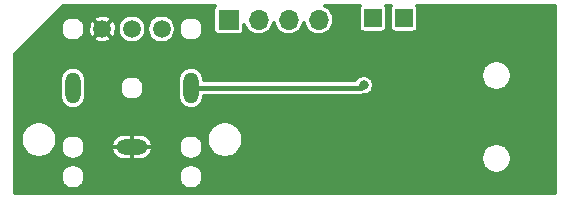
<source format=gbr>
%TF.GenerationSoftware,KiCad,Pcbnew,(5.1.6)-1*%
%TF.CreationDate,2024-02-19T11:36:57-05:00*%
%TF.ProjectId,GB-DMG-Pro-Headphone-PCB,47422d44-4d47-42d5-9072-6f2d48656164,0*%
%TF.SameCoordinates,Original*%
%TF.FileFunction,Copper,L2,Bot*%
%TF.FilePolarity,Positive*%
%FSLAX46Y46*%
G04 Gerber Fmt 4.6, Leading zero omitted, Abs format (unit mm)*
G04 Created by KiCad (PCBNEW (5.1.6)-1) date 2024-02-19 11:36:57*
%MOMM*%
%LPD*%
G01*
G04 APERTURE LIST*
%TA.AperFunction,ComponentPad*%
%ADD10R,1.700000X1.700000*%
%TD*%
%TA.AperFunction,ComponentPad*%
%ADD11O,1.700000X1.700000*%
%TD*%
%TA.AperFunction,ComponentPad*%
%ADD12O,2.616000X1.308000*%
%TD*%
%TA.AperFunction,ComponentPad*%
%ADD13C,1.508000*%
%TD*%
%TA.AperFunction,ComponentPad*%
%ADD14O,1.308000X2.616000*%
%TD*%
%TA.AperFunction,ComponentPad*%
%ADD15R,1.500000X1.500000*%
%TD*%
%TA.AperFunction,ViaPad*%
%ADD16C,0.800000*%
%TD*%
%TA.AperFunction,Conductor*%
%ADD17C,0.400000*%
%TD*%
%TA.AperFunction,Conductor*%
%ADD18C,0.300000*%
%TD*%
G04 APERTURE END LIST*
D10*
%TO.P,J1,1*%
%TO.N,DETECT*%
X145542000Y-99123500D03*
D11*
%TO.P,J1,2*%
%TO.N,Net-(J1-Pad2)*%
X148082000Y-99123500D03*
%TO.P,J1,3*%
%TO.N,Net-(J1-Pad3)*%
X150622000Y-99123500D03*
%TO.P,J1,4*%
%TO.N,Net-(J1-Pad4)*%
X153162000Y-99123500D03*
%TD*%
D12*
%TO.P,J2,1*%
%TO.N,GND*%
X137350500Y-109902000D03*
D13*
%TO.P,J2,4*%
X134850500Y-99902000D03*
%TO.P,J2,5*%
%TO.N,DETECT*%
X137350500Y-99902000D03*
%TO.P,J2,6*%
%TO.N,N/C*%
X139850500Y-99902000D03*
D14*
%TO.P,J2,2*%
%TO.N,LEFT*%
X142350500Y-104902000D03*
%TO.P,J2,3*%
%TO.N,RIGHT*%
X132350500Y-104902000D03*
%TD*%
D15*
%TO.P,J4,1*%
%TO.N,L_PRO*%
X160401000Y-98996500D03*
%TD*%
%TO.P,J5,1*%
%TO.N,R_PRO*%
X157734000Y-98996500D03*
%TD*%
D16*
%TO.N,LEFT*%
X156972000Y-104673500D03*
%TO.N,GND*%
X172529500Y-98488500D03*
X155067000Y-98933000D03*
X151892000Y-100393500D03*
%TD*%
D17*
%TO.N,LEFT*%
X142350500Y-104902000D02*
X156743500Y-104902000D01*
X156743500Y-104902000D02*
X156972000Y-104673500D01*
%TD*%
D18*
%TO.N,GND*%
G36*
X144372263Y-97953763D02*
G01*
X144316029Y-98022284D01*
X144274243Y-98100459D01*
X144248511Y-98185285D01*
X144239823Y-98273500D01*
X144239823Y-99973500D01*
X144248511Y-100061715D01*
X144274243Y-100146541D01*
X144316029Y-100224716D01*
X144372263Y-100293237D01*
X144440784Y-100349471D01*
X144518959Y-100391257D01*
X144603785Y-100416989D01*
X144692000Y-100425677D01*
X146392000Y-100425677D01*
X146480215Y-100416989D01*
X146565041Y-100391257D01*
X146643216Y-100349471D01*
X146711737Y-100293237D01*
X146767971Y-100224716D01*
X146809757Y-100146541D01*
X146835489Y-100061715D01*
X146844177Y-99973500D01*
X146844177Y-99532195D01*
X146929955Y-99739281D01*
X147072224Y-99952202D01*
X147253298Y-100133276D01*
X147466219Y-100275545D01*
X147702804Y-100373542D01*
X147953961Y-100423500D01*
X148210039Y-100423500D01*
X148461196Y-100373542D01*
X148697781Y-100275545D01*
X148910702Y-100133276D01*
X149091776Y-99952202D01*
X149234045Y-99739281D01*
X149332042Y-99502696D01*
X149352000Y-99402360D01*
X149371958Y-99502696D01*
X149469955Y-99739281D01*
X149612224Y-99952202D01*
X149793298Y-100133276D01*
X150006219Y-100275545D01*
X150242804Y-100373542D01*
X150493961Y-100423500D01*
X150750039Y-100423500D01*
X151001196Y-100373542D01*
X151237781Y-100275545D01*
X151450702Y-100133276D01*
X151631776Y-99952202D01*
X151774045Y-99739281D01*
X151872042Y-99502696D01*
X151892000Y-99402360D01*
X151911958Y-99502696D01*
X152009955Y-99739281D01*
X152152224Y-99952202D01*
X152333298Y-100133276D01*
X152546219Y-100275545D01*
X152782804Y-100373542D01*
X153033961Y-100423500D01*
X153290039Y-100423500D01*
X153541196Y-100373542D01*
X153777781Y-100275545D01*
X153990702Y-100133276D01*
X154171776Y-99952202D01*
X154314045Y-99739281D01*
X154412042Y-99502696D01*
X154462000Y-99251539D01*
X154462000Y-98995461D01*
X154412042Y-98744304D01*
X154314045Y-98507719D01*
X154171776Y-98294798D01*
X153990702Y-98113724D01*
X153777781Y-97971455D01*
X153719949Y-97947500D01*
X156647245Y-97947500D01*
X156608029Y-97995284D01*
X156566243Y-98073459D01*
X156540511Y-98158285D01*
X156531823Y-98246500D01*
X156531823Y-99746500D01*
X156540511Y-99834715D01*
X156566243Y-99919541D01*
X156608029Y-99997716D01*
X156664263Y-100066237D01*
X156732784Y-100122471D01*
X156810959Y-100164257D01*
X156895785Y-100189989D01*
X156984000Y-100198677D01*
X158484000Y-100198677D01*
X158572215Y-100189989D01*
X158657041Y-100164257D01*
X158735216Y-100122471D01*
X158803737Y-100066237D01*
X158859971Y-99997716D01*
X158901757Y-99919541D01*
X158927489Y-99834715D01*
X158936177Y-99746500D01*
X158936177Y-98246500D01*
X158927489Y-98158285D01*
X158901757Y-98073459D01*
X158859971Y-97995284D01*
X158820755Y-97947500D01*
X159314245Y-97947500D01*
X159275029Y-97995284D01*
X159233243Y-98073459D01*
X159207511Y-98158285D01*
X159198823Y-98246500D01*
X159198823Y-99746500D01*
X159207511Y-99834715D01*
X159233243Y-99919541D01*
X159275029Y-99997716D01*
X159331263Y-100066237D01*
X159399784Y-100122471D01*
X159477959Y-100164257D01*
X159562785Y-100189989D01*
X159651000Y-100198677D01*
X161151000Y-100198677D01*
X161239215Y-100189989D01*
X161324041Y-100164257D01*
X161402216Y-100122471D01*
X161470737Y-100066237D01*
X161526971Y-99997716D01*
X161568757Y-99919541D01*
X161594489Y-99834715D01*
X161603177Y-99746500D01*
X161603177Y-98246500D01*
X161594489Y-98158285D01*
X161568757Y-98073459D01*
X161526971Y-97995284D01*
X161487755Y-97947500D01*
X173197501Y-97947500D01*
X173197500Y-113825000D01*
X127475000Y-113825000D01*
X127475000Y-112298584D01*
X131300500Y-112298584D01*
X131300500Y-112505416D01*
X131340850Y-112708274D01*
X131420002Y-112899362D01*
X131534911Y-113071336D01*
X131681164Y-113217589D01*
X131853138Y-113332498D01*
X132044226Y-113411650D01*
X132247084Y-113452000D01*
X132453916Y-113452000D01*
X132656774Y-113411650D01*
X132847862Y-113332498D01*
X133019836Y-113217589D01*
X133166089Y-113071336D01*
X133280998Y-112899362D01*
X133360150Y-112708274D01*
X133400500Y-112505416D01*
X133400500Y-112298584D01*
X141300500Y-112298584D01*
X141300500Y-112505416D01*
X141340850Y-112708274D01*
X141420002Y-112899362D01*
X141534911Y-113071336D01*
X141681164Y-113217589D01*
X141853138Y-113332498D01*
X142044226Y-113411650D01*
X142247084Y-113452000D01*
X142453916Y-113452000D01*
X142656774Y-113411650D01*
X142847862Y-113332498D01*
X143019836Y-113217589D01*
X143166089Y-113071336D01*
X143280998Y-112899362D01*
X143360150Y-112708274D01*
X143400500Y-112505416D01*
X143400500Y-112298584D01*
X143360150Y-112095726D01*
X143280998Y-111904638D01*
X143166089Y-111732664D01*
X143019836Y-111586411D01*
X142847862Y-111471502D01*
X142656774Y-111392350D01*
X142453916Y-111352000D01*
X142247084Y-111352000D01*
X142044226Y-111392350D01*
X141853138Y-111471502D01*
X141681164Y-111586411D01*
X141534911Y-111732664D01*
X141420002Y-111904638D01*
X141340850Y-112095726D01*
X141300500Y-112298584D01*
X133400500Y-112298584D01*
X133360150Y-112095726D01*
X133280998Y-111904638D01*
X133166089Y-111732664D01*
X133019836Y-111586411D01*
X132847862Y-111471502D01*
X132656774Y-111392350D01*
X132453916Y-111352000D01*
X132247084Y-111352000D01*
X132044226Y-111392350D01*
X131853138Y-111471502D01*
X131681164Y-111586411D01*
X131534911Y-111732664D01*
X131420002Y-111904638D01*
X131340850Y-112095726D01*
X131300500Y-112298584D01*
X127475000Y-112298584D01*
X127475000Y-109130838D01*
X127926500Y-109130838D01*
X127926500Y-109436162D01*
X127986065Y-109735618D01*
X128102908Y-110017700D01*
X128272536Y-110271568D01*
X128488432Y-110487464D01*
X128742300Y-110657092D01*
X129024382Y-110773935D01*
X129323838Y-110833500D01*
X129629162Y-110833500D01*
X129928618Y-110773935D01*
X130210700Y-110657092D01*
X130464568Y-110487464D01*
X130680464Y-110271568D01*
X130850092Y-110017700D01*
X130940853Y-109798584D01*
X131300500Y-109798584D01*
X131300500Y-110005416D01*
X131340850Y-110208274D01*
X131420002Y-110399362D01*
X131534911Y-110571336D01*
X131681164Y-110717589D01*
X131853138Y-110832498D01*
X132044226Y-110911650D01*
X132247084Y-110952000D01*
X132453916Y-110952000D01*
X132656774Y-110911650D01*
X132847862Y-110832498D01*
X133019836Y-110717589D01*
X133166089Y-110571336D01*
X133280998Y-110399362D01*
X133360150Y-110208274D01*
X133381815Y-110099352D01*
X135610282Y-110099352D01*
X135666971Y-110301386D01*
X135764669Y-110494563D01*
X135898177Y-110664968D01*
X136062364Y-110806053D01*
X136250921Y-110912396D01*
X136456601Y-110979910D01*
X136671500Y-111006000D01*
X137325500Y-111006000D01*
X137325500Y-109927000D01*
X137375500Y-109927000D01*
X137375500Y-111006000D01*
X138029500Y-111006000D01*
X138244399Y-110979910D01*
X138450079Y-110912396D01*
X138638636Y-110806053D01*
X138802823Y-110664968D01*
X138936331Y-110494563D01*
X139034029Y-110301386D01*
X139090718Y-110099352D01*
X138995685Y-109927000D01*
X137375500Y-109927000D01*
X137325500Y-109927000D01*
X135705315Y-109927000D01*
X135610282Y-110099352D01*
X133381815Y-110099352D01*
X133400500Y-110005416D01*
X133400500Y-109798584D01*
X133381816Y-109704648D01*
X135610282Y-109704648D01*
X135705315Y-109877000D01*
X137325500Y-109877000D01*
X137325500Y-108798000D01*
X137375500Y-108798000D01*
X137375500Y-109877000D01*
X138995685Y-109877000D01*
X139038922Y-109798584D01*
X141300500Y-109798584D01*
X141300500Y-110005416D01*
X141340850Y-110208274D01*
X141420002Y-110399362D01*
X141534911Y-110571336D01*
X141681164Y-110717589D01*
X141853138Y-110832498D01*
X142044226Y-110911650D01*
X142247084Y-110952000D01*
X142453916Y-110952000D01*
X142656774Y-110911650D01*
X142847862Y-110832498D01*
X143019836Y-110717589D01*
X143166089Y-110571336D01*
X143280998Y-110399362D01*
X143360150Y-110208274D01*
X143400500Y-110005416D01*
X143400500Y-109798584D01*
X143360150Y-109595726D01*
X143280998Y-109404638D01*
X143166089Y-109232664D01*
X143064263Y-109130838D01*
X143674500Y-109130838D01*
X143674500Y-109436162D01*
X143734065Y-109735618D01*
X143850908Y-110017700D01*
X144020536Y-110271568D01*
X144236432Y-110487464D01*
X144490300Y-110657092D01*
X144772382Y-110773935D01*
X145071838Y-110833500D01*
X145377162Y-110833500D01*
X145676618Y-110773935D01*
X145800886Y-110722461D01*
X166894500Y-110722461D01*
X166894500Y-110978539D01*
X166944458Y-111229696D01*
X167042455Y-111466281D01*
X167184724Y-111679202D01*
X167365798Y-111860276D01*
X167578719Y-112002545D01*
X167815304Y-112100542D01*
X168066461Y-112150500D01*
X168322539Y-112150500D01*
X168573696Y-112100542D01*
X168810281Y-112002545D01*
X169023202Y-111860276D01*
X169204276Y-111679202D01*
X169346545Y-111466281D01*
X169444542Y-111229696D01*
X169494500Y-110978539D01*
X169494500Y-110722461D01*
X169444542Y-110471304D01*
X169346545Y-110234719D01*
X169204276Y-110021798D01*
X169023202Y-109840724D01*
X168810281Y-109698455D01*
X168573696Y-109600458D01*
X168322539Y-109550500D01*
X168066461Y-109550500D01*
X167815304Y-109600458D01*
X167578719Y-109698455D01*
X167365798Y-109840724D01*
X167184724Y-110021798D01*
X167042455Y-110234719D01*
X166944458Y-110471304D01*
X166894500Y-110722461D01*
X145800886Y-110722461D01*
X145958700Y-110657092D01*
X146212568Y-110487464D01*
X146428464Y-110271568D01*
X146598092Y-110017700D01*
X146714935Y-109735618D01*
X146774500Y-109436162D01*
X146774500Y-109130838D01*
X146714935Y-108831382D01*
X146598092Y-108549300D01*
X146428464Y-108295432D01*
X146212568Y-108079536D01*
X145958700Y-107909908D01*
X145676618Y-107793065D01*
X145377162Y-107733500D01*
X145071838Y-107733500D01*
X144772382Y-107793065D01*
X144490300Y-107909908D01*
X144236432Y-108079536D01*
X144020536Y-108295432D01*
X143850908Y-108549300D01*
X143734065Y-108831382D01*
X143674500Y-109130838D01*
X143064263Y-109130838D01*
X143019836Y-109086411D01*
X142847862Y-108971502D01*
X142656774Y-108892350D01*
X142453916Y-108852000D01*
X142247084Y-108852000D01*
X142044226Y-108892350D01*
X141853138Y-108971502D01*
X141681164Y-109086411D01*
X141534911Y-109232664D01*
X141420002Y-109404638D01*
X141340850Y-109595726D01*
X141300500Y-109798584D01*
X139038922Y-109798584D01*
X139090718Y-109704648D01*
X139034029Y-109502614D01*
X138936331Y-109309437D01*
X138802823Y-109139032D01*
X138638636Y-108997947D01*
X138450079Y-108891604D01*
X138244399Y-108824090D01*
X138029500Y-108798000D01*
X137375500Y-108798000D01*
X137325500Y-108798000D01*
X136671500Y-108798000D01*
X136456601Y-108824090D01*
X136250921Y-108891604D01*
X136062364Y-108997947D01*
X135898177Y-109139032D01*
X135764669Y-109309437D01*
X135666971Y-109502614D01*
X135610282Y-109704648D01*
X133381816Y-109704648D01*
X133360150Y-109595726D01*
X133280998Y-109404638D01*
X133166089Y-109232664D01*
X133019836Y-109086411D01*
X132847862Y-108971502D01*
X132656774Y-108892350D01*
X132453916Y-108852000D01*
X132247084Y-108852000D01*
X132044226Y-108892350D01*
X131853138Y-108971502D01*
X131681164Y-109086411D01*
X131534911Y-109232664D01*
X131420002Y-109404638D01*
X131340850Y-109595726D01*
X131300500Y-109798584D01*
X130940853Y-109798584D01*
X130966935Y-109735618D01*
X131026500Y-109436162D01*
X131026500Y-109130838D01*
X130966935Y-108831382D01*
X130850092Y-108549300D01*
X130680464Y-108295432D01*
X130464568Y-108079536D01*
X130210700Y-107909908D01*
X129928618Y-107793065D01*
X129629162Y-107733500D01*
X129323838Y-107733500D01*
X129024382Y-107793065D01*
X128742300Y-107909908D01*
X128488432Y-108079536D01*
X128272536Y-108295432D01*
X128102908Y-108549300D01*
X127986065Y-108831382D01*
X127926500Y-109130838D01*
X127475000Y-109130838D01*
X127475000Y-104193774D01*
X131246500Y-104193774D01*
X131246500Y-105610227D01*
X131262475Y-105772422D01*
X131325604Y-105980526D01*
X131428118Y-106172317D01*
X131566078Y-106340423D01*
X131734184Y-106478383D01*
X131925975Y-106580897D01*
X132134079Y-106644025D01*
X132350500Y-106665341D01*
X132566922Y-106644025D01*
X132775026Y-106580897D01*
X132966817Y-106478383D01*
X133134923Y-106340423D01*
X133272883Y-106172317D01*
X133375397Y-105980526D01*
X133438525Y-105772422D01*
X133454500Y-105610227D01*
X133454500Y-104798584D01*
X136300500Y-104798584D01*
X136300500Y-105005416D01*
X136340850Y-105208274D01*
X136420002Y-105399362D01*
X136534911Y-105571336D01*
X136681164Y-105717589D01*
X136853138Y-105832498D01*
X137044226Y-105911650D01*
X137247084Y-105952000D01*
X137453916Y-105952000D01*
X137656774Y-105911650D01*
X137847862Y-105832498D01*
X138019836Y-105717589D01*
X138166089Y-105571336D01*
X138280998Y-105399362D01*
X138360150Y-105208274D01*
X138400500Y-105005416D01*
X138400500Y-104798584D01*
X138360150Y-104595726D01*
X138280998Y-104404638D01*
X138166089Y-104232664D01*
X138127199Y-104193774D01*
X141246500Y-104193774D01*
X141246500Y-105610227D01*
X141262475Y-105772422D01*
X141325604Y-105980526D01*
X141428118Y-106172317D01*
X141566078Y-106340423D01*
X141734184Y-106478383D01*
X141925975Y-106580897D01*
X142134079Y-106644025D01*
X142350500Y-106665341D01*
X142566922Y-106644025D01*
X142775026Y-106580897D01*
X142966817Y-106478383D01*
X143134923Y-106340423D01*
X143272883Y-106172317D01*
X143375397Y-105980526D01*
X143438525Y-105772422D01*
X143454500Y-105610227D01*
X143454500Y-105552000D01*
X156711579Y-105552000D01*
X156743500Y-105555144D01*
X156775421Y-105552000D01*
X156775432Y-105552000D01*
X156870922Y-105542595D01*
X156933870Y-105523500D01*
X157055718Y-105523500D01*
X157219936Y-105490835D01*
X157374626Y-105426760D01*
X157513844Y-105333738D01*
X157632238Y-105215344D01*
X157725260Y-105076126D01*
X157789335Y-104921436D01*
X157822000Y-104757218D01*
X157822000Y-104589782D01*
X157789335Y-104425564D01*
X157725260Y-104270874D01*
X157632238Y-104131656D01*
X157513844Y-104013262D01*
X157374626Y-103920240D01*
X157219936Y-103856165D01*
X157055718Y-103823500D01*
X156888282Y-103823500D01*
X156724064Y-103856165D01*
X156569374Y-103920240D01*
X156430156Y-104013262D01*
X156311762Y-104131656D01*
X156231351Y-104252000D01*
X143454500Y-104252000D01*
X143454500Y-104193773D01*
X143438525Y-104031578D01*
X143375397Y-103823474D01*
X143321405Y-103722461D01*
X166894500Y-103722461D01*
X166894500Y-103978539D01*
X166944458Y-104229696D01*
X167042455Y-104466281D01*
X167184724Y-104679202D01*
X167365798Y-104860276D01*
X167578719Y-105002545D01*
X167815304Y-105100542D01*
X168066461Y-105150500D01*
X168322539Y-105150500D01*
X168573696Y-105100542D01*
X168810281Y-105002545D01*
X169023202Y-104860276D01*
X169204276Y-104679202D01*
X169346545Y-104466281D01*
X169444542Y-104229696D01*
X169494500Y-103978539D01*
X169494500Y-103722461D01*
X169444542Y-103471304D01*
X169346545Y-103234719D01*
X169204276Y-103021798D01*
X169023202Y-102840724D01*
X168810281Y-102698455D01*
X168573696Y-102600458D01*
X168322539Y-102550500D01*
X168066461Y-102550500D01*
X167815304Y-102600458D01*
X167578719Y-102698455D01*
X167365798Y-102840724D01*
X167184724Y-103021798D01*
X167042455Y-103234719D01*
X166944458Y-103471304D01*
X166894500Y-103722461D01*
X143321405Y-103722461D01*
X143272883Y-103631683D01*
X143134923Y-103463577D01*
X142966817Y-103325617D01*
X142775025Y-103223103D01*
X142566921Y-103159975D01*
X142350500Y-103138659D01*
X142134078Y-103159975D01*
X141925974Y-103223103D01*
X141734183Y-103325617D01*
X141566077Y-103463577D01*
X141428117Y-103631683D01*
X141325603Y-103823475D01*
X141262475Y-104031579D01*
X141246500Y-104193774D01*
X138127199Y-104193774D01*
X138019836Y-104086411D01*
X137847862Y-103971502D01*
X137656774Y-103892350D01*
X137453916Y-103852000D01*
X137247084Y-103852000D01*
X137044226Y-103892350D01*
X136853138Y-103971502D01*
X136681164Y-104086411D01*
X136534911Y-104232664D01*
X136420002Y-104404638D01*
X136340850Y-104595726D01*
X136300500Y-104798584D01*
X133454500Y-104798584D01*
X133454500Y-104193773D01*
X133438525Y-104031578D01*
X133375397Y-103823474D01*
X133272883Y-103631683D01*
X133134923Y-103463577D01*
X132966817Y-103325617D01*
X132775025Y-103223103D01*
X132566921Y-103159975D01*
X132350500Y-103138659D01*
X132134078Y-103159975D01*
X131925974Y-103223103D01*
X131734183Y-103325617D01*
X131566077Y-103463577D01*
X131428117Y-103631683D01*
X131325603Y-103823475D01*
X131262475Y-104031579D01*
X131246500Y-104193774D01*
X127475000Y-104193774D01*
X127475000Y-101987250D01*
X129663666Y-99798584D01*
X131300500Y-99798584D01*
X131300500Y-100005416D01*
X131340850Y-100208274D01*
X131420002Y-100399362D01*
X131534911Y-100571336D01*
X131681164Y-100717589D01*
X131853138Y-100832498D01*
X132044226Y-100911650D01*
X132247084Y-100952000D01*
X132453916Y-100952000D01*
X132656774Y-100911650D01*
X132847862Y-100832498D01*
X133019836Y-100717589D01*
X133042022Y-100695403D01*
X134092453Y-100695403D01*
X134159759Y-100895255D01*
X134366806Y-101010927D01*
X134592442Y-101083983D01*
X134827994Y-101111616D01*
X135064411Y-101092765D01*
X135292608Y-101028153D01*
X135503814Y-100920263D01*
X135541241Y-100895255D01*
X135608547Y-100695403D01*
X134850500Y-99937355D01*
X134092453Y-100695403D01*
X133042022Y-100695403D01*
X133166089Y-100571336D01*
X133280998Y-100399362D01*
X133360150Y-100208274D01*
X133400500Y-100005416D01*
X133400500Y-99879494D01*
X133640884Y-99879494D01*
X133659735Y-100115911D01*
X133724347Y-100344108D01*
X133832237Y-100555314D01*
X133857245Y-100592741D01*
X134057097Y-100660047D01*
X134815145Y-99902000D01*
X134885855Y-99902000D01*
X135643903Y-100660047D01*
X135843755Y-100592741D01*
X135959427Y-100385694D01*
X136032483Y-100160058D01*
X136060116Y-99924506D01*
X136048867Y-99783416D01*
X136146500Y-99783416D01*
X136146500Y-100020584D01*
X136192769Y-100253194D01*
X136283529Y-100472308D01*
X136415292Y-100669505D01*
X136582995Y-100837208D01*
X136780192Y-100968971D01*
X136999306Y-101059731D01*
X137231916Y-101106000D01*
X137469084Y-101106000D01*
X137701694Y-101059731D01*
X137920808Y-100968971D01*
X138118005Y-100837208D01*
X138285708Y-100669505D01*
X138417471Y-100472308D01*
X138508231Y-100253194D01*
X138554500Y-100020584D01*
X138554500Y-99783416D01*
X138646500Y-99783416D01*
X138646500Y-100020584D01*
X138692769Y-100253194D01*
X138783529Y-100472308D01*
X138915292Y-100669505D01*
X139082995Y-100837208D01*
X139280192Y-100968971D01*
X139499306Y-101059731D01*
X139731916Y-101106000D01*
X139969084Y-101106000D01*
X140201694Y-101059731D01*
X140420808Y-100968971D01*
X140618005Y-100837208D01*
X140785708Y-100669505D01*
X140917471Y-100472308D01*
X141008231Y-100253194D01*
X141054500Y-100020584D01*
X141054500Y-99798584D01*
X141300500Y-99798584D01*
X141300500Y-100005416D01*
X141340850Y-100208274D01*
X141420002Y-100399362D01*
X141534911Y-100571336D01*
X141681164Y-100717589D01*
X141853138Y-100832498D01*
X142044226Y-100911650D01*
X142247084Y-100952000D01*
X142453916Y-100952000D01*
X142656774Y-100911650D01*
X142847862Y-100832498D01*
X143019836Y-100717589D01*
X143166089Y-100571336D01*
X143280998Y-100399362D01*
X143360150Y-100208274D01*
X143400500Y-100005416D01*
X143400500Y-99798584D01*
X143360150Y-99595726D01*
X143280998Y-99404638D01*
X143166089Y-99232664D01*
X143019836Y-99086411D01*
X142847862Y-98971502D01*
X142656774Y-98892350D01*
X142453916Y-98852000D01*
X142247084Y-98852000D01*
X142044226Y-98892350D01*
X141853138Y-98971502D01*
X141681164Y-99086411D01*
X141534911Y-99232664D01*
X141420002Y-99404638D01*
X141340850Y-99595726D01*
X141300500Y-99798584D01*
X141054500Y-99798584D01*
X141054500Y-99783416D01*
X141008231Y-99550806D01*
X140917471Y-99331692D01*
X140785708Y-99134495D01*
X140618005Y-98966792D01*
X140420808Y-98835029D01*
X140201694Y-98744269D01*
X139969084Y-98698000D01*
X139731916Y-98698000D01*
X139499306Y-98744269D01*
X139280192Y-98835029D01*
X139082995Y-98966792D01*
X138915292Y-99134495D01*
X138783529Y-99331692D01*
X138692769Y-99550806D01*
X138646500Y-99783416D01*
X138554500Y-99783416D01*
X138508231Y-99550806D01*
X138417471Y-99331692D01*
X138285708Y-99134495D01*
X138118005Y-98966792D01*
X137920808Y-98835029D01*
X137701694Y-98744269D01*
X137469084Y-98698000D01*
X137231916Y-98698000D01*
X136999306Y-98744269D01*
X136780192Y-98835029D01*
X136582995Y-98966792D01*
X136415292Y-99134495D01*
X136283529Y-99331692D01*
X136192769Y-99550806D01*
X136146500Y-99783416D01*
X136048867Y-99783416D01*
X136041265Y-99688089D01*
X135976653Y-99459892D01*
X135868763Y-99248686D01*
X135843755Y-99211259D01*
X135643903Y-99143953D01*
X134885855Y-99902000D01*
X134815145Y-99902000D01*
X134057097Y-99143953D01*
X133857245Y-99211259D01*
X133741573Y-99418306D01*
X133668517Y-99643942D01*
X133640884Y-99879494D01*
X133400500Y-99879494D01*
X133400500Y-99798584D01*
X133360150Y-99595726D01*
X133280998Y-99404638D01*
X133166089Y-99232664D01*
X133042022Y-99108597D01*
X134092453Y-99108597D01*
X134850500Y-99866645D01*
X135608547Y-99108597D01*
X135541241Y-98908745D01*
X135334194Y-98793073D01*
X135108558Y-98720017D01*
X134873006Y-98692384D01*
X134636589Y-98711235D01*
X134408392Y-98775847D01*
X134197186Y-98883737D01*
X134159759Y-98908745D01*
X134092453Y-99108597D01*
X133042022Y-99108597D01*
X133019836Y-99086411D01*
X132847862Y-98971502D01*
X132656774Y-98892350D01*
X132453916Y-98852000D01*
X132247084Y-98852000D01*
X132044226Y-98892350D01*
X131853138Y-98971502D01*
X131681164Y-99086411D01*
X131534911Y-99232664D01*
X131420002Y-99404638D01*
X131340850Y-99595726D01*
X131300500Y-99798584D01*
X129663666Y-99798584D01*
X131514751Y-97947500D01*
X144379894Y-97947500D01*
X144372263Y-97953763D01*
G37*
X144372263Y-97953763D02*
X144316029Y-98022284D01*
X144274243Y-98100459D01*
X144248511Y-98185285D01*
X144239823Y-98273500D01*
X144239823Y-99973500D01*
X144248511Y-100061715D01*
X144274243Y-100146541D01*
X144316029Y-100224716D01*
X144372263Y-100293237D01*
X144440784Y-100349471D01*
X144518959Y-100391257D01*
X144603785Y-100416989D01*
X144692000Y-100425677D01*
X146392000Y-100425677D01*
X146480215Y-100416989D01*
X146565041Y-100391257D01*
X146643216Y-100349471D01*
X146711737Y-100293237D01*
X146767971Y-100224716D01*
X146809757Y-100146541D01*
X146835489Y-100061715D01*
X146844177Y-99973500D01*
X146844177Y-99532195D01*
X146929955Y-99739281D01*
X147072224Y-99952202D01*
X147253298Y-100133276D01*
X147466219Y-100275545D01*
X147702804Y-100373542D01*
X147953961Y-100423500D01*
X148210039Y-100423500D01*
X148461196Y-100373542D01*
X148697781Y-100275545D01*
X148910702Y-100133276D01*
X149091776Y-99952202D01*
X149234045Y-99739281D01*
X149332042Y-99502696D01*
X149352000Y-99402360D01*
X149371958Y-99502696D01*
X149469955Y-99739281D01*
X149612224Y-99952202D01*
X149793298Y-100133276D01*
X150006219Y-100275545D01*
X150242804Y-100373542D01*
X150493961Y-100423500D01*
X150750039Y-100423500D01*
X151001196Y-100373542D01*
X151237781Y-100275545D01*
X151450702Y-100133276D01*
X151631776Y-99952202D01*
X151774045Y-99739281D01*
X151872042Y-99502696D01*
X151892000Y-99402360D01*
X151911958Y-99502696D01*
X152009955Y-99739281D01*
X152152224Y-99952202D01*
X152333298Y-100133276D01*
X152546219Y-100275545D01*
X152782804Y-100373542D01*
X153033961Y-100423500D01*
X153290039Y-100423500D01*
X153541196Y-100373542D01*
X153777781Y-100275545D01*
X153990702Y-100133276D01*
X154171776Y-99952202D01*
X154314045Y-99739281D01*
X154412042Y-99502696D01*
X154462000Y-99251539D01*
X154462000Y-98995461D01*
X154412042Y-98744304D01*
X154314045Y-98507719D01*
X154171776Y-98294798D01*
X153990702Y-98113724D01*
X153777781Y-97971455D01*
X153719949Y-97947500D01*
X156647245Y-97947500D01*
X156608029Y-97995284D01*
X156566243Y-98073459D01*
X156540511Y-98158285D01*
X156531823Y-98246500D01*
X156531823Y-99746500D01*
X156540511Y-99834715D01*
X156566243Y-99919541D01*
X156608029Y-99997716D01*
X156664263Y-100066237D01*
X156732784Y-100122471D01*
X156810959Y-100164257D01*
X156895785Y-100189989D01*
X156984000Y-100198677D01*
X158484000Y-100198677D01*
X158572215Y-100189989D01*
X158657041Y-100164257D01*
X158735216Y-100122471D01*
X158803737Y-100066237D01*
X158859971Y-99997716D01*
X158901757Y-99919541D01*
X158927489Y-99834715D01*
X158936177Y-99746500D01*
X158936177Y-98246500D01*
X158927489Y-98158285D01*
X158901757Y-98073459D01*
X158859971Y-97995284D01*
X158820755Y-97947500D01*
X159314245Y-97947500D01*
X159275029Y-97995284D01*
X159233243Y-98073459D01*
X159207511Y-98158285D01*
X159198823Y-98246500D01*
X159198823Y-99746500D01*
X159207511Y-99834715D01*
X159233243Y-99919541D01*
X159275029Y-99997716D01*
X159331263Y-100066237D01*
X159399784Y-100122471D01*
X159477959Y-100164257D01*
X159562785Y-100189989D01*
X159651000Y-100198677D01*
X161151000Y-100198677D01*
X161239215Y-100189989D01*
X161324041Y-100164257D01*
X161402216Y-100122471D01*
X161470737Y-100066237D01*
X161526971Y-99997716D01*
X161568757Y-99919541D01*
X161594489Y-99834715D01*
X161603177Y-99746500D01*
X161603177Y-98246500D01*
X161594489Y-98158285D01*
X161568757Y-98073459D01*
X161526971Y-97995284D01*
X161487755Y-97947500D01*
X173197501Y-97947500D01*
X173197500Y-113825000D01*
X127475000Y-113825000D01*
X127475000Y-112298584D01*
X131300500Y-112298584D01*
X131300500Y-112505416D01*
X131340850Y-112708274D01*
X131420002Y-112899362D01*
X131534911Y-113071336D01*
X131681164Y-113217589D01*
X131853138Y-113332498D01*
X132044226Y-113411650D01*
X132247084Y-113452000D01*
X132453916Y-113452000D01*
X132656774Y-113411650D01*
X132847862Y-113332498D01*
X133019836Y-113217589D01*
X133166089Y-113071336D01*
X133280998Y-112899362D01*
X133360150Y-112708274D01*
X133400500Y-112505416D01*
X133400500Y-112298584D01*
X141300500Y-112298584D01*
X141300500Y-112505416D01*
X141340850Y-112708274D01*
X141420002Y-112899362D01*
X141534911Y-113071336D01*
X141681164Y-113217589D01*
X141853138Y-113332498D01*
X142044226Y-113411650D01*
X142247084Y-113452000D01*
X142453916Y-113452000D01*
X142656774Y-113411650D01*
X142847862Y-113332498D01*
X143019836Y-113217589D01*
X143166089Y-113071336D01*
X143280998Y-112899362D01*
X143360150Y-112708274D01*
X143400500Y-112505416D01*
X143400500Y-112298584D01*
X143360150Y-112095726D01*
X143280998Y-111904638D01*
X143166089Y-111732664D01*
X143019836Y-111586411D01*
X142847862Y-111471502D01*
X142656774Y-111392350D01*
X142453916Y-111352000D01*
X142247084Y-111352000D01*
X142044226Y-111392350D01*
X141853138Y-111471502D01*
X141681164Y-111586411D01*
X141534911Y-111732664D01*
X141420002Y-111904638D01*
X141340850Y-112095726D01*
X141300500Y-112298584D01*
X133400500Y-112298584D01*
X133360150Y-112095726D01*
X133280998Y-111904638D01*
X133166089Y-111732664D01*
X133019836Y-111586411D01*
X132847862Y-111471502D01*
X132656774Y-111392350D01*
X132453916Y-111352000D01*
X132247084Y-111352000D01*
X132044226Y-111392350D01*
X131853138Y-111471502D01*
X131681164Y-111586411D01*
X131534911Y-111732664D01*
X131420002Y-111904638D01*
X131340850Y-112095726D01*
X131300500Y-112298584D01*
X127475000Y-112298584D01*
X127475000Y-109130838D01*
X127926500Y-109130838D01*
X127926500Y-109436162D01*
X127986065Y-109735618D01*
X128102908Y-110017700D01*
X128272536Y-110271568D01*
X128488432Y-110487464D01*
X128742300Y-110657092D01*
X129024382Y-110773935D01*
X129323838Y-110833500D01*
X129629162Y-110833500D01*
X129928618Y-110773935D01*
X130210700Y-110657092D01*
X130464568Y-110487464D01*
X130680464Y-110271568D01*
X130850092Y-110017700D01*
X130940853Y-109798584D01*
X131300500Y-109798584D01*
X131300500Y-110005416D01*
X131340850Y-110208274D01*
X131420002Y-110399362D01*
X131534911Y-110571336D01*
X131681164Y-110717589D01*
X131853138Y-110832498D01*
X132044226Y-110911650D01*
X132247084Y-110952000D01*
X132453916Y-110952000D01*
X132656774Y-110911650D01*
X132847862Y-110832498D01*
X133019836Y-110717589D01*
X133166089Y-110571336D01*
X133280998Y-110399362D01*
X133360150Y-110208274D01*
X133381815Y-110099352D01*
X135610282Y-110099352D01*
X135666971Y-110301386D01*
X135764669Y-110494563D01*
X135898177Y-110664968D01*
X136062364Y-110806053D01*
X136250921Y-110912396D01*
X136456601Y-110979910D01*
X136671500Y-111006000D01*
X137325500Y-111006000D01*
X137325500Y-109927000D01*
X137375500Y-109927000D01*
X137375500Y-111006000D01*
X138029500Y-111006000D01*
X138244399Y-110979910D01*
X138450079Y-110912396D01*
X138638636Y-110806053D01*
X138802823Y-110664968D01*
X138936331Y-110494563D01*
X139034029Y-110301386D01*
X139090718Y-110099352D01*
X138995685Y-109927000D01*
X137375500Y-109927000D01*
X137325500Y-109927000D01*
X135705315Y-109927000D01*
X135610282Y-110099352D01*
X133381815Y-110099352D01*
X133400500Y-110005416D01*
X133400500Y-109798584D01*
X133381816Y-109704648D01*
X135610282Y-109704648D01*
X135705315Y-109877000D01*
X137325500Y-109877000D01*
X137325500Y-108798000D01*
X137375500Y-108798000D01*
X137375500Y-109877000D01*
X138995685Y-109877000D01*
X139038922Y-109798584D01*
X141300500Y-109798584D01*
X141300500Y-110005416D01*
X141340850Y-110208274D01*
X141420002Y-110399362D01*
X141534911Y-110571336D01*
X141681164Y-110717589D01*
X141853138Y-110832498D01*
X142044226Y-110911650D01*
X142247084Y-110952000D01*
X142453916Y-110952000D01*
X142656774Y-110911650D01*
X142847862Y-110832498D01*
X143019836Y-110717589D01*
X143166089Y-110571336D01*
X143280998Y-110399362D01*
X143360150Y-110208274D01*
X143400500Y-110005416D01*
X143400500Y-109798584D01*
X143360150Y-109595726D01*
X143280998Y-109404638D01*
X143166089Y-109232664D01*
X143064263Y-109130838D01*
X143674500Y-109130838D01*
X143674500Y-109436162D01*
X143734065Y-109735618D01*
X143850908Y-110017700D01*
X144020536Y-110271568D01*
X144236432Y-110487464D01*
X144490300Y-110657092D01*
X144772382Y-110773935D01*
X145071838Y-110833500D01*
X145377162Y-110833500D01*
X145676618Y-110773935D01*
X145800886Y-110722461D01*
X166894500Y-110722461D01*
X166894500Y-110978539D01*
X166944458Y-111229696D01*
X167042455Y-111466281D01*
X167184724Y-111679202D01*
X167365798Y-111860276D01*
X167578719Y-112002545D01*
X167815304Y-112100542D01*
X168066461Y-112150500D01*
X168322539Y-112150500D01*
X168573696Y-112100542D01*
X168810281Y-112002545D01*
X169023202Y-111860276D01*
X169204276Y-111679202D01*
X169346545Y-111466281D01*
X169444542Y-111229696D01*
X169494500Y-110978539D01*
X169494500Y-110722461D01*
X169444542Y-110471304D01*
X169346545Y-110234719D01*
X169204276Y-110021798D01*
X169023202Y-109840724D01*
X168810281Y-109698455D01*
X168573696Y-109600458D01*
X168322539Y-109550500D01*
X168066461Y-109550500D01*
X167815304Y-109600458D01*
X167578719Y-109698455D01*
X167365798Y-109840724D01*
X167184724Y-110021798D01*
X167042455Y-110234719D01*
X166944458Y-110471304D01*
X166894500Y-110722461D01*
X145800886Y-110722461D01*
X145958700Y-110657092D01*
X146212568Y-110487464D01*
X146428464Y-110271568D01*
X146598092Y-110017700D01*
X146714935Y-109735618D01*
X146774500Y-109436162D01*
X146774500Y-109130838D01*
X146714935Y-108831382D01*
X146598092Y-108549300D01*
X146428464Y-108295432D01*
X146212568Y-108079536D01*
X145958700Y-107909908D01*
X145676618Y-107793065D01*
X145377162Y-107733500D01*
X145071838Y-107733500D01*
X144772382Y-107793065D01*
X144490300Y-107909908D01*
X144236432Y-108079536D01*
X144020536Y-108295432D01*
X143850908Y-108549300D01*
X143734065Y-108831382D01*
X143674500Y-109130838D01*
X143064263Y-109130838D01*
X143019836Y-109086411D01*
X142847862Y-108971502D01*
X142656774Y-108892350D01*
X142453916Y-108852000D01*
X142247084Y-108852000D01*
X142044226Y-108892350D01*
X141853138Y-108971502D01*
X141681164Y-109086411D01*
X141534911Y-109232664D01*
X141420002Y-109404638D01*
X141340850Y-109595726D01*
X141300500Y-109798584D01*
X139038922Y-109798584D01*
X139090718Y-109704648D01*
X139034029Y-109502614D01*
X138936331Y-109309437D01*
X138802823Y-109139032D01*
X138638636Y-108997947D01*
X138450079Y-108891604D01*
X138244399Y-108824090D01*
X138029500Y-108798000D01*
X137375500Y-108798000D01*
X137325500Y-108798000D01*
X136671500Y-108798000D01*
X136456601Y-108824090D01*
X136250921Y-108891604D01*
X136062364Y-108997947D01*
X135898177Y-109139032D01*
X135764669Y-109309437D01*
X135666971Y-109502614D01*
X135610282Y-109704648D01*
X133381816Y-109704648D01*
X133360150Y-109595726D01*
X133280998Y-109404638D01*
X133166089Y-109232664D01*
X133019836Y-109086411D01*
X132847862Y-108971502D01*
X132656774Y-108892350D01*
X132453916Y-108852000D01*
X132247084Y-108852000D01*
X132044226Y-108892350D01*
X131853138Y-108971502D01*
X131681164Y-109086411D01*
X131534911Y-109232664D01*
X131420002Y-109404638D01*
X131340850Y-109595726D01*
X131300500Y-109798584D01*
X130940853Y-109798584D01*
X130966935Y-109735618D01*
X131026500Y-109436162D01*
X131026500Y-109130838D01*
X130966935Y-108831382D01*
X130850092Y-108549300D01*
X130680464Y-108295432D01*
X130464568Y-108079536D01*
X130210700Y-107909908D01*
X129928618Y-107793065D01*
X129629162Y-107733500D01*
X129323838Y-107733500D01*
X129024382Y-107793065D01*
X128742300Y-107909908D01*
X128488432Y-108079536D01*
X128272536Y-108295432D01*
X128102908Y-108549300D01*
X127986065Y-108831382D01*
X127926500Y-109130838D01*
X127475000Y-109130838D01*
X127475000Y-104193774D01*
X131246500Y-104193774D01*
X131246500Y-105610227D01*
X131262475Y-105772422D01*
X131325604Y-105980526D01*
X131428118Y-106172317D01*
X131566078Y-106340423D01*
X131734184Y-106478383D01*
X131925975Y-106580897D01*
X132134079Y-106644025D01*
X132350500Y-106665341D01*
X132566922Y-106644025D01*
X132775026Y-106580897D01*
X132966817Y-106478383D01*
X133134923Y-106340423D01*
X133272883Y-106172317D01*
X133375397Y-105980526D01*
X133438525Y-105772422D01*
X133454500Y-105610227D01*
X133454500Y-104798584D01*
X136300500Y-104798584D01*
X136300500Y-105005416D01*
X136340850Y-105208274D01*
X136420002Y-105399362D01*
X136534911Y-105571336D01*
X136681164Y-105717589D01*
X136853138Y-105832498D01*
X137044226Y-105911650D01*
X137247084Y-105952000D01*
X137453916Y-105952000D01*
X137656774Y-105911650D01*
X137847862Y-105832498D01*
X138019836Y-105717589D01*
X138166089Y-105571336D01*
X138280998Y-105399362D01*
X138360150Y-105208274D01*
X138400500Y-105005416D01*
X138400500Y-104798584D01*
X138360150Y-104595726D01*
X138280998Y-104404638D01*
X138166089Y-104232664D01*
X138127199Y-104193774D01*
X141246500Y-104193774D01*
X141246500Y-105610227D01*
X141262475Y-105772422D01*
X141325604Y-105980526D01*
X141428118Y-106172317D01*
X141566078Y-106340423D01*
X141734184Y-106478383D01*
X141925975Y-106580897D01*
X142134079Y-106644025D01*
X142350500Y-106665341D01*
X142566922Y-106644025D01*
X142775026Y-106580897D01*
X142966817Y-106478383D01*
X143134923Y-106340423D01*
X143272883Y-106172317D01*
X143375397Y-105980526D01*
X143438525Y-105772422D01*
X143454500Y-105610227D01*
X143454500Y-105552000D01*
X156711579Y-105552000D01*
X156743500Y-105555144D01*
X156775421Y-105552000D01*
X156775432Y-105552000D01*
X156870922Y-105542595D01*
X156933870Y-105523500D01*
X157055718Y-105523500D01*
X157219936Y-105490835D01*
X157374626Y-105426760D01*
X157513844Y-105333738D01*
X157632238Y-105215344D01*
X157725260Y-105076126D01*
X157789335Y-104921436D01*
X157822000Y-104757218D01*
X157822000Y-104589782D01*
X157789335Y-104425564D01*
X157725260Y-104270874D01*
X157632238Y-104131656D01*
X157513844Y-104013262D01*
X157374626Y-103920240D01*
X157219936Y-103856165D01*
X157055718Y-103823500D01*
X156888282Y-103823500D01*
X156724064Y-103856165D01*
X156569374Y-103920240D01*
X156430156Y-104013262D01*
X156311762Y-104131656D01*
X156231351Y-104252000D01*
X143454500Y-104252000D01*
X143454500Y-104193773D01*
X143438525Y-104031578D01*
X143375397Y-103823474D01*
X143321405Y-103722461D01*
X166894500Y-103722461D01*
X166894500Y-103978539D01*
X166944458Y-104229696D01*
X167042455Y-104466281D01*
X167184724Y-104679202D01*
X167365798Y-104860276D01*
X167578719Y-105002545D01*
X167815304Y-105100542D01*
X168066461Y-105150500D01*
X168322539Y-105150500D01*
X168573696Y-105100542D01*
X168810281Y-105002545D01*
X169023202Y-104860276D01*
X169204276Y-104679202D01*
X169346545Y-104466281D01*
X169444542Y-104229696D01*
X169494500Y-103978539D01*
X169494500Y-103722461D01*
X169444542Y-103471304D01*
X169346545Y-103234719D01*
X169204276Y-103021798D01*
X169023202Y-102840724D01*
X168810281Y-102698455D01*
X168573696Y-102600458D01*
X168322539Y-102550500D01*
X168066461Y-102550500D01*
X167815304Y-102600458D01*
X167578719Y-102698455D01*
X167365798Y-102840724D01*
X167184724Y-103021798D01*
X167042455Y-103234719D01*
X166944458Y-103471304D01*
X166894500Y-103722461D01*
X143321405Y-103722461D01*
X143272883Y-103631683D01*
X143134923Y-103463577D01*
X142966817Y-103325617D01*
X142775025Y-103223103D01*
X142566921Y-103159975D01*
X142350500Y-103138659D01*
X142134078Y-103159975D01*
X141925974Y-103223103D01*
X141734183Y-103325617D01*
X141566077Y-103463577D01*
X141428117Y-103631683D01*
X141325603Y-103823475D01*
X141262475Y-104031579D01*
X141246500Y-104193774D01*
X138127199Y-104193774D01*
X138019836Y-104086411D01*
X137847862Y-103971502D01*
X137656774Y-103892350D01*
X137453916Y-103852000D01*
X137247084Y-103852000D01*
X137044226Y-103892350D01*
X136853138Y-103971502D01*
X136681164Y-104086411D01*
X136534911Y-104232664D01*
X136420002Y-104404638D01*
X136340850Y-104595726D01*
X136300500Y-104798584D01*
X133454500Y-104798584D01*
X133454500Y-104193773D01*
X133438525Y-104031578D01*
X133375397Y-103823474D01*
X133272883Y-103631683D01*
X133134923Y-103463577D01*
X132966817Y-103325617D01*
X132775025Y-103223103D01*
X132566921Y-103159975D01*
X132350500Y-103138659D01*
X132134078Y-103159975D01*
X131925974Y-103223103D01*
X131734183Y-103325617D01*
X131566077Y-103463577D01*
X131428117Y-103631683D01*
X131325603Y-103823475D01*
X131262475Y-104031579D01*
X131246500Y-104193774D01*
X127475000Y-104193774D01*
X127475000Y-101987250D01*
X129663666Y-99798584D01*
X131300500Y-99798584D01*
X131300500Y-100005416D01*
X131340850Y-100208274D01*
X131420002Y-100399362D01*
X131534911Y-100571336D01*
X131681164Y-100717589D01*
X131853138Y-100832498D01*
X132044226Y-100911650D01*
X132247084Y-100952000D01*
X132453916Y-100952000D01*
X132656774Y-100911650D01*
X132847862Y-100832498D01*
X133019836Y-100717589D01*
X133042022Y-100695403D01*
X134092453Y-100695403D01*
X134159759Y-100895255D01*
X134366806Y-101010927D01*
X134592442Y-101083983D01*
X134827994Y-101111616D01*
X135064411Y-101092765D01*
X135292608Y-101028153D01*
X135503814Y-100920263D01*
X135541241Y-100895255D01*
X135608547Y-100695403D01*
X134850500Y-99937355D01*
X134092453Y-100695403D01*
X133042022Y-100695403D01*
X133166089Y-100571336D01*
X133280998Y-100399362D01*
X133360150Y-100208274D01*
X133400500Y-100005416D01*
X133400500Y-99879494D01*
X133640884Y-99879494D01*
X133659735Y-100115911D01*
X133724347Y-100344108D01*
X133832237Y-100555314D01*
X133857245Y-100592741D01*
X134057097Y-100660047D01*
X134815145Y-99902000D01*
X134885855Y-99902000D01*
X135643903Y-100660047D01*
X135843755Y-100592741D01*
X135959427Y-100385694D01*
X136032483Y-100160058D01*
X136060116Y-99924506D01*
X136048867Y-99783416D01*
X136146500Y-99783416D01*
X136146500Y-100020584D01*
X136192769Y-100253194D01*
X136283529Y-100472308D01*
X136415292Y-100669505D01*
X136582995Y-100837208D01*
X136780192Y-100968971D01*
X136999306Y-101059731D01*
X137231916Y-101106000D01*
X137469084Y-101106000D01*
X137701694Y-101059731D01*
X137920808Y-100968971D01*
X138118005Y-100837208D01*
X138285708Y-100669505D01*
X138417471Y-100472308D01*
X138508231Y-100253194D01*
X138554500Y-100020584D01*
X138554500Y-99783416D01*
X138646500Y-99783416D01*
X138646500Y-100020584D01*
X138692769Y-100253194D01*
X138783529Y-100472308D01*
X138915292Y-100669505D01*
X139082995Y-100837208D01*
X139280192Y-100968971D01*
X139499306Y-101059731D01*
X139731916Y-101106000D01*
X139969084Y-101106000D01*
X140201694Y-101059731D01*
X140420808Y-100968971D01*
X140618005Y-100837208D01*
X140785708Y-100669505D01*
X140917471Y-100472308D01*
X141008231Y-100253194D01*
X141054500Y-100020584D01*
X141054500Y-99798584D01*
X141300500Y-99798584D01*
X141300500Y-100005416D01*
X141340850Y-100208274D01*
X141420002Y-100399362D01*
X141534911Y-100571336D01*
X141681164Y-100717589D01*
X141853138Y-100832498D01*
X142044226Y-100911650D01*
X142247084Y-100952000D01*
X142453916Y-100952000D01*
X142656774Y-100911650D01*
X142847862Y-100832498D01*
X143019836Y-100717589D01*
X143166089Y-100571336D01*
X143280998Y-100399362D01*
X143360150Y-100208274D01*
X143400500Y-100005416D01*
X143400500Y-99798584D01*
X143360150Y-99595726D01*
X143280998Y-99404638D01*
X143166089Y-99232664D01*
X143019836Y-99086411D01*
X142847862Y-98971502D01*
X142656774Y-98892350D01*
X142453916Y-98852000D01*
X142247084Y-98852000D01*
X142044226Y-98892350D01*
X141853138Y-98971502D01*
X141681164Y-99086411D01*
X141534911Y-99232664D01*
X141420002Y-99404638D01*
X141340850Y-99595726D01*
X141300500Y-99798584D01*
X141054500Y-99798584D01*
X141054500Y-99783416D01*
X141008231Y-99550806D01*
X140917471Y-99331692D01*
X140785708Y-99134495D01*
X140618005Y-98966792D01*
X140420808Y-98835029D01*
X140201694Y-98744269D01*
X139969084Y-98698000D01*
X139731916Y-98698000D01*
X139499306Y-98744269D01*
X139280192Y-98835029D01*
X139082995Y-98966792D01*
X138915292Y-99134495D01*
X138783529Y-99331692D01*
X138692769Y-99550806D01*
X138646500Y-99783416D01*
X138554500Y-99783416D01*
X138508231Y-99550806D01*
X138417471Y-99331692D01*
X138285708Y-99134495D01*
X138118005Y-98966792D01*
X137920808Y-98835029D01*
X137701694Y-98744269D01*
X137469084Y-98698000D01*
X137231916Y-98698000D01*
X136999306Y-98744269D01*
X136780192Y-98835029D01*
X136582995Y-98966792D01*
X136415292Y-99134495D01*
X136283529Y-99331692D01*
X136192769Y-99550806D01*
X136146500Y-99783416D01*
X136048867Y-99783416D01*
X136041265Y-99688089D01*
X135976653Y-99459892D01*
X135868763Y-99248686D01*
X135843755Y-99211259D01*
X135643903Y-99143953D01*
X134885855Y-99902000D01*
X134815145Y-99902000D01*
X134057097Y-99143953D01*
X133857245Y-99211259D01*
X133741573Y-99418306D01*
X133668517Y-99643942D01*
X133640884Y-99879494D01*
X133400500Y-99879494D01*
X133400500Y-99798584D01*
X133360150Y-99595726D01*
X133280998Y-99404638D01*
X133166089Y-99232664D01*
X133042022Y-99108597D01*
X134092453Y-99108597D01*
X134850500Y-99866645D01*
X135608547Y-99108597D01*
X135541241Y-98908745D01*
X135334194Y-98793073D01*
X135108558Y-98720017D01*
X134873006Y-98692384D01*
X134636589Y-98711235D01*
X134408392Y-98775847D01*
X134197186Y-98883737D01*
X134159759Y-98908745D01*
X134092453Y-99108597D01*
X133042022Y-99108597D01*
X133019836Y-99086411D01*
X132847862Y-98971502D01*
X132656774Y-98892350D01*
X132453916Y-98852000D01*
X132247084Y-98852000D01*
X132044226Y-98892350D01*
X131853138Y-98971502D01*
X131681164Y-99086411D01*
X131534911Y-99232664D01*
X131420002Y-99404638D01*
X131340850Y-99595726D01*
X131300500Y-99798584D01*
X129663666Y-99798584D01*
X131514751Y-97947500D01*
X144379894Y-97947500D01*
X144372263Y-97953763D01*
%TD*%
M02*

</source>
